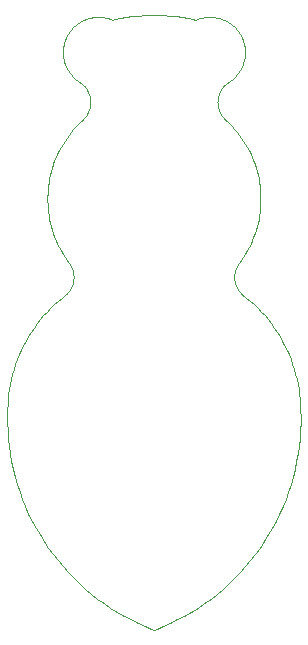
<source format=gko>
*
%FSLAX36Y36*%
%MOIN*%
%ADD10C,0.000001*%
G54D10*
X-298524Y386487D02*
G01X-299594Y385660D01*
X-307377Y379580D01*
X-320437Y368621D01*
X-333107Y357213D01*
X-345371Y345371D01*
X-357213Y333107D01*
X-368621Y320437D01*
X-379580Y307377D01*
X-390076Y293943D01*
X-400097Y280151D01*
X-409630Y266017D01*
X-418664Y251559D01*
X-427188Y236794D01*
X-435192Y221742D01*
X-442666Y206418D01*
X-449600Y190844D01*
X-455987Y175037D01*
X-461817Y159016D01*
X-467086Y142802D01*
X-471785Y126414D01*
X-475909Y109872D01*
X-479454Y93196D01*
X-482414Y76407D01*
X-484787Y59524D01*
X-486569Y42569D01*
X-487758Y25562D01*
X-488353Y8524D01*
Y0D01*
X-488653Y-10620D01*
Y-34399D01*
X-487735Y-60690D01*
X-485900Y-86933D01*
X-483150Y-113096D01*
X-479488Y-139148D01*
X-474920Y-165055D01*
X-469451Y-190788D01*
X-463086Y-216314D01*
X-455835Y-241602D01*
X-447706Y-266622D01*
X-438708Y-291343D01*
X-428853Y-315734D01*
X-418153Y-339767D01*
X-406620Y-363412D01*
X-394270Y-386640D01*
X-381116Y-409423D01*
X-367175Y-431733D01*
X-352465Y-453543D01*
X-337001Y-474826D01*
X-320805Y-495556D01*
X-303895Y-515709D01*
X-286292Y-535259D01*
X-268017Y-554183D01*
X-249093Y-572458D01*
X-229543Y-590061D01*
X-209391Y-606971D01*
X-188660Y-623167D01*
X-167377Y-638630D01*
X-145567Y-653341D01*
X-123257Y-667282D01*
X-100475Y-680436D01*
X-77247Y-692786D01*
X-53602Y-704319D01*
X-29569Y-715019D01*
X-8728Y-723439D01*
X0Y-726717D01*
X8728Y-723439D01*
X29569Y-715019D01*
X53602Y-704319D01*
X77247Y-692786D01*
X100475Y-680436D01*
X123257Y-667282D01*
X145567Y-653341D01*
X167377Y-638630D01*
X188660Y-623167D01*
X209391Y-606971D01*
X229543Y-590061D01*
X249093Y-572458D01*
X268017Y-554183D01*
X286292Y-535259D01*
X303895Y-515709D01*
X320805Y-495556D01*
X337001Y-474826D01*
X352465Y-453543D01*
X367175Y-431733D01*
X381116Y-409423D01*
X394270Y-386640D01*
X406620Y-363412D01*
X418153Y-339767D01*
X428853Y-315734D01*
X438708Y-291343D01*
X447706Y-266622D01*
X455835Y-241602D01*
X463086Y-216314D01*
X469451Y-190788D01*
X474920Y-165055D01*
X479488Y-139148D01*
X483150Y-113096D01*
X485900Y-86933D01*
X487735Y-60690D01*
X488653Y-34399D01*
Y-10620D01*
X488353Y0D01*
Y8524D01*
X487758Y25562D01*
X486569Y42569D01*
X484787Y59524D01*
X482414Y76407D01*
X479454Y93196D01*
X475909Y109872D01*
X471785Y126414D01*
X467086Y142802D01*
X461817Y159016D01*
X455987Y175037D01*
X449600Y190844D01*
X442666Y206418D01*
X435192Y221742D01*
X427188Y236794D01*
X418664Y251559D01*
X409630Y266017D01*
X400097Y280151D01*
X390076Y293943D01*
X379580Y307377D01*
X368621Y320437D01*
X357213Y333107D01*
X345371Y345371D01*
X333107Y357213D01*
X320437Y368621D01*
X307377Y379580D01*
X299594Y385660D01*
X298524Y386487D01*
X298351Y386621D01*
X297096Y387601D01*
X294990Y389368D01*
X292948Y391207D01*
X290970Y393117D01*
X289061Y395094D01*
X287221Y397137D01*
X285455Y399243D01*
X283762Y401409D01*
X282146Y403633D01*
X280609Y405912D01*
X279153Y408243D01*
X277778Y410623D01*
X276488Y413050D01*
X275283Y415521D01*
X274165Y418032D01*
X273135Y420581D01*
X272195Y423164D01*
X271345Y425778D01*
X270588Y428421D01*
X269923Y431088D01*
X269351Y433777D01*
X268874Y436484D01*
X268491Y439206D01*
X268204Y441939D01*
X268012Y444682D01*
X267916Y447429D01*
Y450178D01*
X268012Y452925D01*
X268204Y455667D01*
X268491Y458401D01*
X268874Y461123D01*
X269351Y463830D01*
X269923Y466519D01*
X270588Y469186D01*
X271345Y471828D01*
X272195Y474442D01*
X273135Y477025D01*
X274165Y479574D01*
X275283Y482085D01*
X276488Y484556D01*
X277778Y486983D01*
X279153Y489364D01*
X280609Y491695D01*
X282146Y493974D01*
X283350Y495630D01*
X283754Y496167D01*
X285579Y498590D01*
X291006Y506060D01*
X297940Y516341D01*
X304511Y526856D01*
X310711Y537595D01*
X316533Y548544D01*
X321969Y559689D01*
X327012Y571017D01*
X331657Y582514D01*
X335898Y594166D01*
X339730Y605959D01*
X343148Y617879D01*
X346148Y629911D01*
X348726Y642040D01*
X350879Y654251D01*
X352605Y666531D01*
X353901Y678863D01*
X354766Y691233D01*
X355199Y703625D01*
Y716025D01*
X354766Y728418D01*
X353901Y740788D01*
X352605Y753120D01*
X350879Y765399D01*
X348726Y777611D01*
X346148Y789740D01*
X343148Y801772D01*
X339730Y813691D01*
X335898Y825484D01*
X331657Y837137D01*
X327012Y848634D01*
X321969Y859962D01*
X316533Y871107D01*
X310711Y882055D01*
X304511Y892794D01*
X297940Y903310D01*
X291006Y913590D01*
X283718Y923622D01*
X276084Y933393D01*
X268113Y942892D01*
X259816Y952107D01*
X251202Y961027D01*
X242378Y969548D01*
X237873Y973611D01*
X236874Y974511D01*
X234918Y976400D01*
X233009Y978378D01*
X231169Y980420D01*
X229402Y982526D01*
X227710Y984692D01*
X226094Y986916D01*
X224557Y989195D01*
X223101Y991526D01*
X221726Y993907D01*
X220436Y996334D01*
X219231Y998804D01*
X218113Y1001316D01*
X217083Y1003864D01*
X216143Y1006447D01*
X215293Y1009062D01*
X214536Y1011704D01*
X213871Y1014371D01*
X213299Y1017060D01*
X212822Y1019767D01*
X212439Y1022489D01*
X212152Y1025223D01*
X211960Y1027965D01*
X211864Y1030712D01*
Y1033461D01*
X211960Y1036208D01*
X212152Y1038950D01*
X212439Y1041684D01*
X212822Y1044406D01*
X213299Y1047113D01*
X213871Y1049802D01*
X214536Y1052469D01*
X215293Y1055111D01*
X216143Y1057726D01*
X217083Y1060309D01*
X218113Y1062857D01*
X219231Y1065369D01*
X220436Y1067839D01*
X221726Y1070266D01*
X223101Y1072647D01*
X224557Y1074978D01*
X226094Y1077257D01*
X227710Y1079481D01*
X229402Y1081647D01*
X231169Y1083753D01*
X233009Y1085795D01*
X234918Y1087773D01*
X236895Y1089682D01*
X238938Y1091522D01*
X241044Y1093288D01*
X243210Y1094981D01*
X245434Y1096597D01*
X247578Y1098042D01*
X248602Y1098689D01*
X250133Y1099654D01*
X253334Y1101813D01*
X256656Y1104227D01*
X259891Y1106754D01*
X263036Y1109393D01*
X266087Y1112140D01*
X269041Y1114992D01*
X271893Y1117946D01*
X274640Y1120997D01*
X277279Y1124142D01*
X279806Y1127377D01*
X282220Y1130699D01*
X284515Y1134102D01*
X286691Y1137584D01*
X288744Y1141140D01*
X290671Y1144765D01*
X292471Y1148455D01*
X294141Y1152205D01*
X295679Y1156012D01*
X297083Y1159870D01*
X298352Y1163775D01*
X299484Y1167721D01*
X300477Y1171705D01*
X301330Y1175721D01*
X302043Y1179764D01*
X302615Y1183830D01*
X303044Y1187913D01*
X303330Y1192008D01*
X303474Y1196111D01*
Y1200217D01*
X303330Y1204320D01*
X303044Y1208416D01*
X302615Y1212499D01*
X302043Y1216564D01*
X301330Y1220608D01*
X300477Y1224623D01*
X299484Y1228607D01*
X298352Y1232554D01*
X297083Y1236458D01*
X295679Y1240316D01*
X294141Y1244123D01*
X292471Y1247874D01*
X290671Y1251564D01*
X288744Y1255189D01*
X286691Y1258744D01*
X284515Y1262226D01*
X282220Y1265630D01*
X279806Y1268951D01*
X277279Y1272186D01*
X274640Y1275331D01*
X271893Y1278382D01*
X269041Y1281336D01*
X266087Y1284188D01*
X263036Y1286935D01*
X259891Y1289574D01*
X256656Y1292102D01*
X253334Y1294515D01*
X249931Y1296811D01*
X246449Y1298986D01*
X242893Y1301039D01*
X239268Y1302967D01*
X235578Y1304766D01*
X231828Y1306436D01*
X228021Y1307974D01*
X224163Y1309378D01*
X220258Y1310647D01*
X216312Y1311779D01*
X212328Y1312772D01*
X208312Y1313626D01*
X204269Y1314338D01*
X200204Y1314910D01*
X196120Y1315339D01*
X192025Y1315625D01*
X187922Y1315769D01*
X183816D01*
X179713Y1315625D01*
X175617Y1315339D01*
X171534Y1314910D01*
X167469Y1314338D01*
X163426Y1313626D01*
X159410Y1312772D01*
X155426Y1311779D01*
X151479Y1310647D01*
X147575Y1309378D01*
X143717Y1307974D01*
X140062Y1306498D01*
X138334Y1305734D01*
X131306Y1307407D01*
X114036Y1311077D01*
X93492Y1314700D01*
X72835Y1317603D01*
X52088Y1319784D01*
X31278Y1321239D01*
X10430Y1321967D01*
X-10430D01*
X-31278Y1321239D01*
X-52088Y1319784D01*
X-72835Y1317603D01*
X-93492Y1314700D01*
X-114036Y1311077D01*
X-131306Y1307407D01*
X-138334Y1305734D01*
X-140062Y1306498D01*
X-143717Y1307974D01*
X-147575Y1309378D01*
X-151479Y1310647D01*
X-155426Y1311779D01*
X-159410Y1312772D01*
X-163426Y1313626D01*
X-167469Y1314338D01*
X-171534Y1314910D01*
X-175617Y1315339D01*
X-179713Y1315625D01*
X-183816Y1315769D01*
X-187922D01*
X-192025Y1315625D01*
X-196120Y1315339D01*
X-200204Y1314910D01*
X-204269Y1314338D01*
X-208312Y1313626D01*
X-212328Y1312772D01*
X-216312Y1311779D01*
X-220258Y1310647D01*
X-224163Y1309378D01*
X-228021Y1307974D01*
X-231828Y1306436D01*
X-235578Y1304766D01*
X-239268Y1302967D01*
X-242893Y1301039D01*
X-246449Y1298986D01*
X-249931Y1296811D01*
X-253334Y1294515D01*
X-256656Y1292102D01*
X-259891Y1289574D01*
X-263036Y1286935D01*
X-266087Y1284188D01*
X-269041Y1281336D01*
X-271893Y1278382D01*
X-274640Y1275331D01*
X-277279Y1272186D01*
X-279806Y1268951D01*
X-282220Y1265630D01*
X-284515Y1262226D01*
X-286691Y1258744D01*
X-288744Y1255189D01*
X-290671Y1251564D01*
X-292471Y1247874D01*
X-294141Y1244123D01*
X-295679Y1240316D01*
X-297083Y1236458D01*
X-298352Y1232554D01*
X-299484Y1228607D01*
X-300477Y1224623D01*
X-301330Y1220608D01*
X-302043Y1216564D01*
X-302615Y1212499D01*
X-303044Y1208416D01*
X-303330Y1204320D01*
X-303474Y1200217D01*
Y1196111D01*
X-303330Y1192008D01*
X-303044Y1187913D01*
X-302615Y1183830D01*
X-302043Y1179764D01*
X-301330Y1175721D01*
X-300477Y1171705D01*
X-299484Y1167721D01*
X-298352Y1163775D01*
X-297083Y1159870D01*
X-295679Y1156012D01*
X-294141Y1152205D01*
X-292471Y1148455D01*
X-290671Y1144765D01*
X-288744Y1141140D01*
X-286691Y1137584D01*
X-284515Y1134102D01*
X-282220Y1130699D01*
X-279806Y1127377D01*
X-277279Y1124142D01*
X-274640Y1120997D01*
X-271893Y1117946D01*
X-269041Y1114992D01*
X-266087Y1112140D01*
X-263036Y1109393D01*
X-259891Y1106754D01*
X-256656Y1104227D01*
X-253334Y1101813D01*
X-250133Y1099654D01*
X-248602Y1098689D01*
X-247578Y1098042D01*
X-245434Y1096597D01*
X-243210Y1094981D01*
X-241044Y1093288D01*
X-238938Y1091522D01*
X-236895Y1089682D01*
X-234918Y1087773D01*
X-233009Y1085795D01*
X-231169Y1083753D01*
X-229402Y1081647D01*
X-227710Y1079481D01*
X-226094Y1077257D01*
X-224557Y1074978D01*
X-223101Y1072647D01*
X-221726Y1070266D01*
X-220436Y1067839D01*
X-219231Y1065369D01*
X-218113Y1062857D01*
X-217083Y1060309D01*
X-216143Y1057726D01*
X-215293Y1055111D01*
X-214536Y1052469D01*
X-213871Y1049802D01*
X-213299Y1047113D01*
X-212822Y1044406D01*
X-212439Y1041684D01*
X-212152Y1038950D01*
X-211960Y1036208D01*
X-211864Y1033461D01*
Y1030712D01*
X-211960Y1027965D01*
X-212152Y1025223D01*
X-212439Y1022489D01*
X-212822Y1019767D01*
X-213299Y1017060D01*
X-213871Y1014371D01*
X-214536Y1011704D01*
X-215293Y1009062D01*
X-216143Y1006447D01*
X-217083Y1003864D01*
X-218113Y1001316D01*
X-219231Y998804D01*
X-220436Y996334D01*
X-221726Y993907D01*
X-223101Y991526D01*
X-224557Y989195D01*
X-226094Y986916D01*
X-227710Y984692D01*
X-229402Y982526D01*
X-231169Y980420D01*
X-233009Y978378D01*
X-234918Y976400D01*
X-236874Y974511D01*
X-237873Y973611D01*
X-242378Y969548D01*
X-251202Y961027D01*
X-259816Y952107D01*
X-268113Y942892D01*
X-276084Y933393D01*
X-283718Y923622D01*
X-291006Y913590D01*
X-297940Y903310D01*
X-304511Y892794D01*
X-310711Y882055D01*
X-316533Y871107D01*
X-321969Y859962D01*
X-327012Y848634D01*
X-331657Y837137D01*
X-335898Y825484D01*
X-339730Y813691D01*
X-343148Y801772D01*
X-346148Y789740D01*
X-348726Y777611D01*
X-350879Y765399D01*
X-352605Y753120D01*
X-353901Y740788D01*
X-354766Y728418D01*
X-355199Y716025D01*
Y703625D01*
X-354766Y691233D01*
X-353901Y678863D01*
X-352605Y666531D01*
X-350879Y654251D01*
X-348726Y642040D01*
X-346148Y629911D01*
X-343148Y617879D01*
X-339730Y605959D01*
X-335898Y594166D01*
X-331657Y582514D01*
X-327012Y571017D01*
X-321969Y559689D01*
X-316533Y548544D01*
X-310711Y537595D01*
X-304511Y526856D01*
X-297940Y516341D01*
X-291006Y506060D01*
X-285579Y498590D01*
X-283754Y496167D01*
X-283350Y495630D01*
X-282146Y493974D01*
X-280609Y491695D01*
X-279153Y489364D01*
X-277778Y486983D01*
X-276488Y484556D01*
X-275283Y482085D01*
X-274165Y479574D01*
X-273135Y477025D01*
X-272195Y474442D01*
X-271345Y471828D01*
X-270588Y469186D01*
X-269923Y466519D01*
X-269351Y463830D01*
X-268874Y461123D01*
X-268491Y458401D01*
X-268204Y455667D01*
X-268012Y452925D01*
X-267916Y450178D01*
Y447429D01*
X-268012Y444682D01*
X-268204Y441939D01*
X-268491Y439206D01*
X-268874Y436484D01*
X-269351Y433777D01*
X-269923Y431088D01*
X-270588Y428421D01*
X-271345Y425778D01*
X-272195Y423164D01*
X-273135Y420581D01*
X-274165Y418032D01*
X-275283Y415521D01*
X-276488Y413050D01*
X-277778Y410623D01*
X-279153Y408243D01*
X-280609Y405912D01*
X-282146Y403633D01*
X-283762Y401409D01*
X-285455Y399243D01*
X-287221Y397137D01*
X-289061Y395094D01*
X-290970Y393117D01*
X-292948Y391207D01*
X-294990Y389368D01*
X-297096Y387601D01*
X-298351Y386621D01*
X-298524Y386487D01*
M02*

</source>
